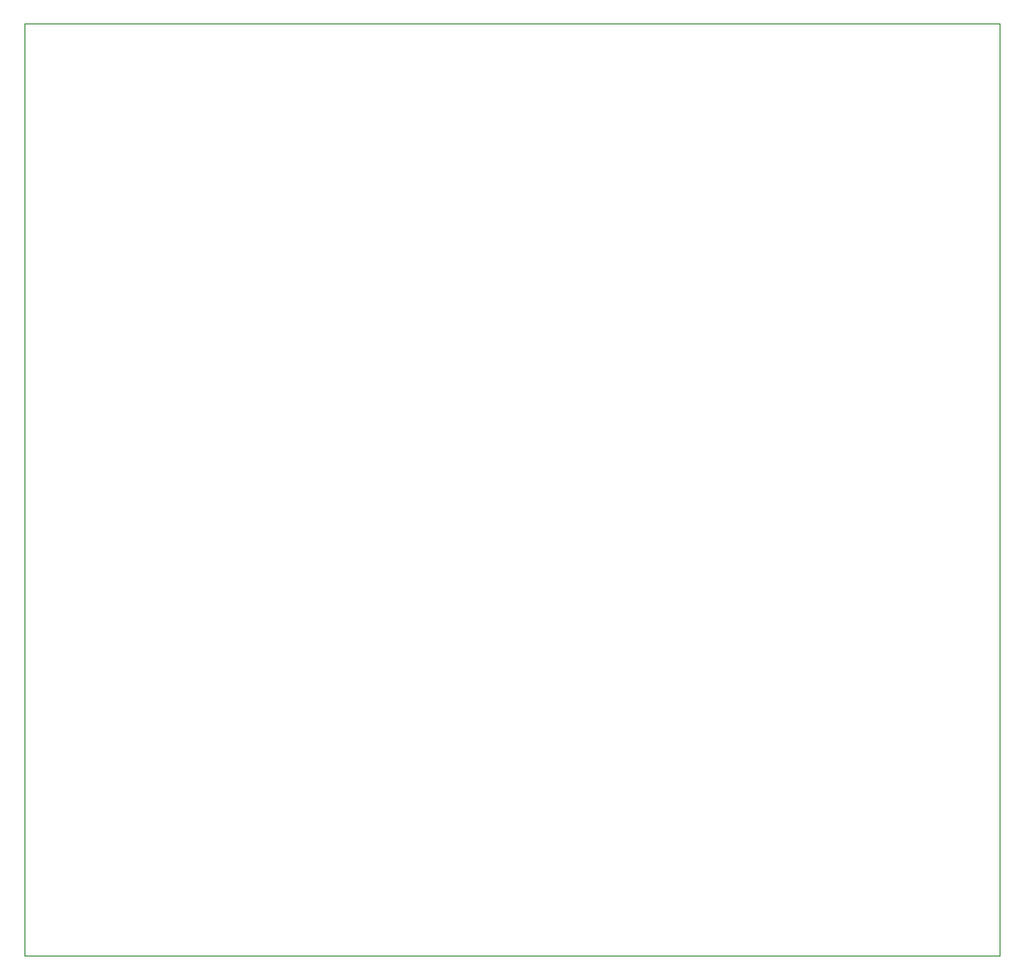
<source format=gbr>
%TF.GenerationSoftware,KiCad,Pcbnew,9.0.0-9.0.0-2~ubuntu24.04.1*%
%TF.CreationDate,2025-04-06T07:06:59+03:00*%
%TF.ProjectId,InterfaceBoard_Transciever3,496e7465-7266-4616-9365-426f6172645f,rev?*%
%TF.SameCoordinates,Original*%
%TF.FileFunction,Profile,NP*%
%FSLAX46Y46*%
G04 Gerber Fmt 4.6, Leading zero omitted, Abs format (unit mm)*
G04 Created by KiCad (PCBNEW 9.0.0-9.0.0-2~ubuntu24.04.1) date 2025-04-06 07:06:59*
%MOMM*%
%LPD*%
G01*
G04 APERTURE LIST*
%TA.AperFunction,Profile*%
%ADD10C,0.050000*%
%TD*%
G04 APERTURE END LIST*
D10*
X115580000Y-55060000D02*
X199940000Y-55060000D01*
X199940000Y-135800000D01*
X115580000Y-135800000D01*
X115580000Y-55060000D01*
M02*

</source>
